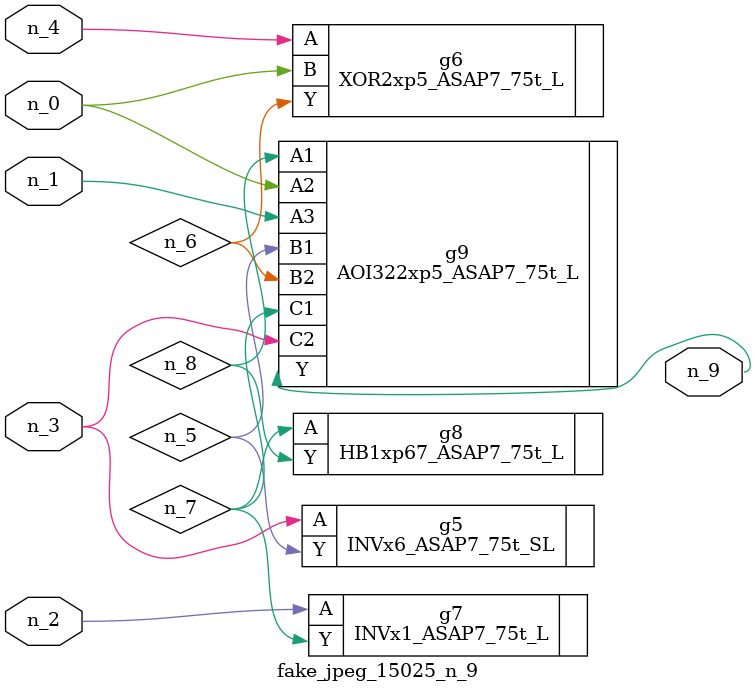
<source format=v>
module fake_jpeg_15025_n_9 (n_3, n_2, n_1, n_0, n_4, n_9);

input n_3;
input n_2;
input n_1;
input n_0;
input n_4;

output n_9;

wire n_8;
wire n_6;
wire n_5;
wire n_7;

INVx6_ASAP7_75t_SL g5 ( 
.A(n_3),
.Y(n_5)
);

XOR2xp5_ASAP7_75t_L g6 ( 
.A(n_4),
.B(n_0),
.Y(n_6)
);

INVx1_ASAP7_75t_L g7 ( 
.A(n_2),
.Y(n_7)
);

HB1xp67_ASAP7_75t_L g8 ( 
.A(n_7),
.Y(n_8)
);

AOI322xp5_ASAP7_75t_L g9 ( 
.A1(n_8),
.A2(n_0),
.A3(n_1),
.B1(n_5),
.B2(n_6),
.C1(n_7),
.C2(n_3),
.Y(n_9)
);


endmodule
</source>
